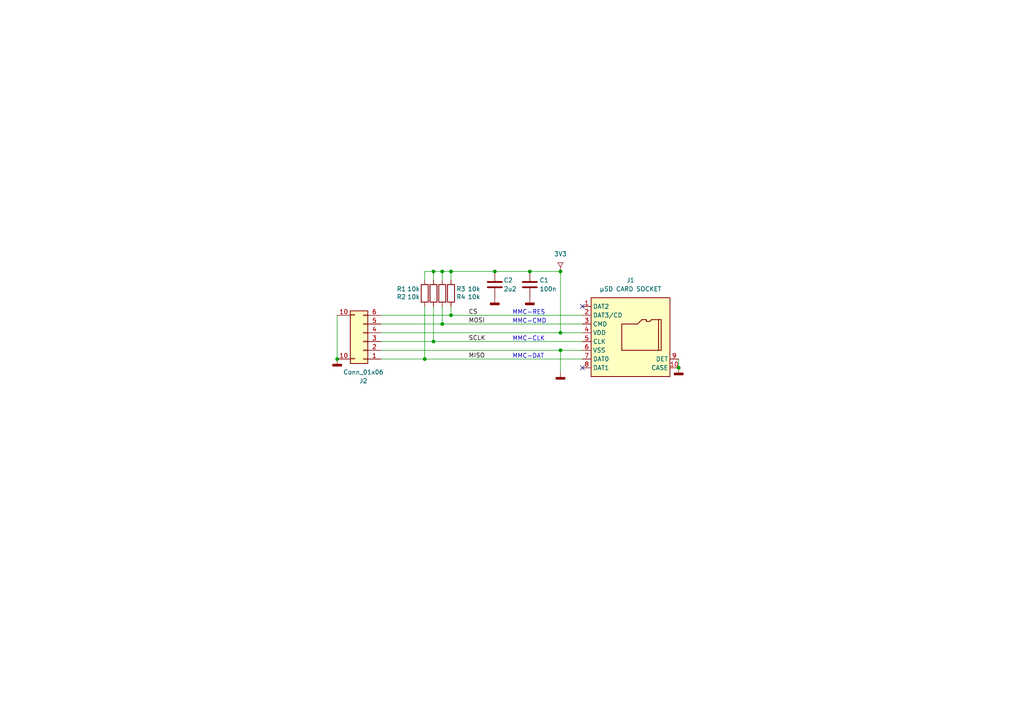
<source format=kicad_sch>
(kicad_sch
	(version 20231120)
	(generator "eeschema")
	(generator_version "8.0")
	(uuid "a8ba4aa7-0a12-40f3-ac05-44c8b777338a")
	(paper "A4")
	(lib_symbols
		(symbol "!Gloeidraad:3V3"
			(power)
			(pin_names
				(offset 0)
			)
			(exclude_from_sim no)
			(in_bom yes)
			(on_board yes)
			(property "Reference" "#PWR"
				(at -0.127 -1.778 0)
				(effects
					(font
						(size 1.27 1.27)
					)
					(hide yes)
				)
			)
			(property "Value" "3V3"
				(at 0 3.556 0)
				(effects
					(font
						(size 1.27 1.27)
					)
				)
			)
			(property "Footprint" ""
				(at 0 0 0)
				(effects
					(font
						(size 1.27 1.27)
					)
					(hide yes)
				)
			)
			(property "Datasheet" ""
				(at 0 0 0)
				(effects
					(font
						(size 1.27 1.27)
					)
					(hide yes)
				)
			)
			(property "Description" "Power symbol creates a global label with name \"3V3\""
				(at 0 0 0)
				(effects
					(font
						(size 1.27 1.27)
					)
					(hide yes)
				)
			)
			(property "ki_keywords" "global power"
				(at 0 0 0)
				(effects
					(font
						(size 1.27 1.27)
					)
					(hide yes)
				)
			)
			(symbol "3V3_0_1"
				(polyline
					(pts
						(xy -0.762 2.54) (xy 0 1.27)
					)
					(stroke
						(width 0)
						(type default)
					)
					(fill
						(type none)
					)
				)
				(polyline
					(pts
						(xy -0.762 2.54) (xy 0.762 2.54)
					)
					(stroke
						(width 0)
						(type default)
					)
					(fill
						(type none)
					)
				)
				(polyline
					(pts
						(xy 0 0) (xy 0 1.27)
					)
					(stroke
						(width 0)
						(type default)
					)
					(fill
						(type none)
					)
				)
				(polyline
					(pts
						(xy 0 1.27) (xy 0.762 2.54)
					)
					(stroke
						(width 0)
						(type default)
					)
					(fill
						(type none)
					)
				)
			)
			(symbol "3V3_1_1"
				(pin power_in line
					(at 0 0 180)
					(length 0) hide
					(name "V3.3"
						(effects
							(font
								(size 1.27 1.27)
							)
						)
					)
					(number "1"
						(effects
							(font
								(size 1.27 1.27)
							)
						)
					)
				)
			)
		)
		(symbol "!Gloeidraad:MICRO-MMC-SD-SOCKET"
			(exclude_from_sim no)
			(in_bom yes)
			(on_board yes)
			(property "Reference" "J"
				(at -0.762 10.668 0)
				(effects
					(font
						(size 1.27 1.27)
					)
					(justify left bottom)
				)
			)
			(property "Value" "µSD CARD SOCKET"
				(at -8.89 -14.986 0)
				(effects
					(font
						(size 1.27 1.27)
					)
					(justify left bottom)
				)
			)
			(property "Footprint" "MICRO-MMC-SD-SOCKET"
				(at -1.016 0.254 0)
				(effects
					(font
						(size 1.27 1.27)
					)
					(hide yes)
				)
			)
			(property "Datasheet" ""
				(at -11.43 8.89 0)
				(effects
					(font
						(size 1.27 1.27)
					)
					(hide yes)
				)
			)
			(property "Description" ""
				(at 0 -0.762 0)
				(effects
					(font
						(size 1.27 1.27)
					)
					(hide yes)
				)
			)
			(property "ki_fp_filters" "SP-USD-ADAPTER18X18"
				(at 0 0 0)
				(effects
					(font
						(size 1.27 1.27)
					)
					(hide yes)
				)
			)
			(symbol "MICRO-MMC-SD-SOCKET_1_0"
				(rectangle
					(start -11.43 10.16)
					(end 11.43 -12.7)
					(stroke
						(width 0.254)
						(type solid)
					)
					(fill
						(type background)
					)
				)
				(polyline
					(pts
						(xy -2.54 -5.08) (xy -2.54 2.54)
					)
					(stroke
						(width 0.254)
						(type solid)
					)
					(fill
						(type none)
					)
				)
				(polyline
					(pts
						(xy -2.54 2.54) (xy 2.032 2.54)
					)
					(stroke
						(width 0.254)
						(type solid)
					)
					(fill
						(type none)
					)
				)
				(polyline
					(pts
						(xy 3.302 3.81) (xy 2.032 2.54)
					)
					(stroke
						(width 0.254)
						(type solid)
					)
					(fill
						(type none)
					)
				)
				(polyline
					(pts
						(xy 4.572 3.302) (xy 4.572 3.81)
					)
					(stroke
						(width 0.254)
						(type solid)
					)
					(fill
						(type none)
					)
				)
				(polyline
					(pts
						(xy 4.572 3.81) (xy 3.302 3.81)
					)
					(stroke
						(width 0.254)
						(type solid)
					)
					(fill
						(type none)
					)
				)
				(polyline
					(pts
						(xy 5.588 3.302) (xy 4.572 3.302)
					)
					(stroke
						(width 0.254)
						(type solid)
					)
					(fill
						(type none)
					)
				)
				(polyline
					(pts
						(xy 6.096 3.81) (xy 5.588 3.302)
					)
					(stroke
						(width 0.254)
						(type solid)
					)
					(fill
						(type none)
					)
				)
				(polyline
					(pts
						(xy 8.128 3.81) (xy 8.128 -5.08)
					)
					(stroke
						(width 0.254)
						(type solid)
					)
					(fill
						(type none)
					)
				)
				(polyline
					(pts
						(xy 8.89 -5.08) (xy -2.54 -5.08)
					)
					(stroke
						(width 0.254)
						(type solid)
					)
					(fill
						(type none)
					)
				)
				(polyline
					(pts
						(xy 8.89 3.81) (xy 6.096 3.81)
					)
					(stroke
						(width 0.254)
						(type solid)
					)
					(fill
						(type none)
					)
				)
				(polyline
					(pts
						(xy 8.89 3.81) (xy 8.89 -5.08)
					)
					(stroke
						(width 0.254)
						(type solid)
					)
					(fill
						(type none)
					)
				)
				(pin passive line
					(at -13.97 7.62 0)
					(length 2.54)
					(name "DAT2"
						(effects
							(font
								(size 1.27 1.27)
							)
						)
					)
					(number "1"
						(effects
							(font
								(size 1.27 1.27)
							)
						)
					)
				)
				(pin passive line
					(at 13.97 -10.16 180)
					(length 2.54)
					(name "CASE"
						(effects
							(font
								(size 1.27 1.27)
							)
						)
					)
					(number "10"
						(effects
							(font
								(size 1.27 1.27)
							)
						)
					)
				)
				(pin passive line
					(at -13.97 5.08 0)
					(length 2.54)
					(name "DAT3/CD"
						(effects
							(font
								(size 1.27 1.27)
							)
						)
					)
					(number "2"
						(effects
							(font
								(size 1.27 1.27)
							)
						)
					)
				)
				(pin passive line
					(at -13.97 2.54 0)
					(length 2.54)
					(name "CMD"
						(effects
							(font
								(size 1.27 1.27)
							)
						)
					)
					(number "3"
						(effects
							(font
								(size 1.27 1.27)
							)
						)
					)
				)
				(pin power_in line
					(at -13.97 0 0)
					(length 2.54)
					(name "VDD"
						(effects
							(font
								(size 1.27 1.27)
							)
						)
					)
					(number "4"
						(effects
							(font
								(size 1.27 1.27)
							)
						)
					)
				)
				(pin passive line
					(at -13.97 -2.54 0)
					(length 2.54)
					(name "CLK"
						(effects
							(font
								(size 1.27 1.27)
							)
						)
					)
					(number "5"
						(effects
							(font
								(size 1.27 1.27)
							)
						)
					)
				)
				(pin power_in line
					(at -13.97 -5.08 0)
					(length 2.54)
					(name "VSS"
						(effects
							(font
								(size 1.27 1.27)
							)
						)
					)
					(number "6"
						(effects
							(font
								(size 1.27 1.27)
							)
						)
					)
				)
				(pin passive line
					(at -13.97 -7.62 0)
					(length 2.54)
					(name "DAT0"
						(effects
							(font
								(size 1.27 1.27)
							)
						)
					)
					(number "7"
						(effects
							(font
								(size 1.27 1.27)
							)
						)
					)
				)
				(pin passive line
					(at -13.97 -10.16 0)
					(length 2.54)
					(name "DAT1"
						(effects
							(font
								(size 1.27 1.27)
							)
						)
					)
					(number "8"
						(effects
							(font
								(size 1.27 1.27)
							)
						)
					)
				)
				(pin passive line
					(at 13.97 -7.62 180)
					(length 2.54)
					(name "DET"
						(effects
							(font
								(size 1.27 1.27)
							)
						)
					)
					(number "9"
						(effects
							(font
								(size 1.27 1.27)
							)
						)
					)
				)
			)
		)
		(symbol "Conn_01x06_1"
			(pin_names
				(offset 1.016) hide)
			(exclude_from_sim no)
			(in_bom yes)
			(on_board yes)
			(property "Reference" "J3"
				(at 0 11.43 0)
				(effects
					(font
						(size 1.27 1.27)
					)
				)
			)
			(property "Value" "Conn_01x06"
				(at 0 8.89 0)
				(effects
					(font
						(size 1.27 1.27)
					)
				)
			)
			(property "Footprint" "!Gloeidraad:PinHeader_1x06_P2.54mm_SD_expander"
				(at 0 0 0)
				(effects
					(font
						(size 1.27 1.27)
					)
					(hide yes)
				)
			)
			(property "Datasheet" "~"
				(at 0 0 0)
				(effects
					(font
						(size 1.27 1.27)
					)
					(hide yes)
				)
			)
			(property "Description" "Generic connector, single row, 01x06, script generated (kicad-library-utils/schlib/autogen/connector/)"
				(at 0 0 0)
				(effects
					(font
						(size 1.27 1.27)
					)
					(hide yes)
				)
			)
			(property "ki_keywords" "connector"
				(at 0 0 0)
				(effects
					(font
						(size 1.27 1.27)
					)
					(hide yes)
				)
			)
			(property "ki_fp_filters" "Connector*:*_1x??_*"
				(at 0 0 0)
				(effects
					(font
						(size 1.27 1.27)
					)
					(hide yes)
				)
			)
			(symbol "Conn_01x06_1_1_1"
				(rectangle
					(start -1.27 -7.493)
					(end 0 -7.747)
					(stroke
						(width 0.1524)
						(type default)
					)
					(fill
						(type none)
					)
				)
				(rectangle
					(start -1.27 -4.953)
					(end 0 -5.207)
					(stroke
						(width 0.1524)
						(type default)
					)
					(fill
						(type none)
					)
				)
				(rectangle
					(start -1.27 -2.413)
					(end 0 -2.667)
					(stroke
						(width 0.1524)
						(type default)
					)
					(fill
						(type none)
					)
				)
				(rectangle
					(start -1.27 0.127)
					(end 0 -0.127)
					(stroke
						(width 0.1524)
						(type default)
					)
					(fill
						(type none)
					)
				)
				(rectangle
					(start -1.27 2.667)
					(end 0 2.413)
					(stroke
						(width 0.1524)
						(type default)
					)
					(fill
						(type none)
					)
				)
				(rectangle
					(start -1.27 5.207)
					(end 0 4.953)
					(stroke
						(width 0.1524)
						(type default)
					)
					(fill
						(type none)
					)
				)
				(rectangle
					(start -1.27 6.35)
					(end 3.81 -8.89)
					(stroke
						(width 0.254)
						(type default)
					)
					(fill
						(type background)
					)
				)
				(rectangle
					(start 2.54 -7.62)
					(end 3.81 -7.874)
					(stroke
						(width 0.1524)
						(type default)
					)
					(fill
						(type none)
					)
				)
				(rectangle
					(start 2.54 5.08)
					(end 3.81 4.826)
					(stroke
						(width 0.1524)
						(type default)
					)
					(fill
						(type none)
					)
				)
				(pin passive line
					(at -5.08 5.08 0)
					(length 3.81)
					(name "Pin_1"
						(effects
							(font
								(size 1.27 1.27)
							)
						)
					)
					(number "1"
						(effects
							(font
								(size 1.27 1.27)
							)
						)
					)
				)
				(pin passive line
					(at 7.62 5.08 180)
					(length 3.81)
					(name "Pin_10a"
						(effects
							(font
								(size 1.27 1.27)
							)
						)
					)
					(number "10"
						(effects
							(font
								(size 1.27 1.27)
							)
						)
					)
				)
				(pin passive line
					(at 7.62 -7.62 180)
					(length 3.81)
					(name "Pin_10b"
						(effects
							(font
								(size 1.27 1.27)
							)
						)
					)
					(number "10"
						(effects
							(font
								(size 1.27 1.27)
							)
						)
					)
				)
				(pin passive line
					(at -5.08 2.54 0)
					(length 3.81)
					(name "Pin_2"
						(effects
							(font
								(size 1.27 1.27)
							)
						)
					)
					(number "2"
						(effects
							(font
								(size 1.27 1.27)
							)
						)
					)
				)
				(pin passive line
					(at -5.08 0 0)
					(length 3.81)
					(name "Pin_3"
						(effects
							(font
								(size 1.27 1.27)
							)
						)
					)
					(number "3"
						(effects
							(font
								(size 1.27 1.27)
							)
						)
					)
				)
				(pin passive line
					(at -5.08 -2.54 0)
					(length 3.81)
					(name "Pin_4"
						(effects
							(font
								(size 1.27 1.27)
							)
						)
					)
					(number "4"
						(effects
							(font
								(size 1.27 1.27)
							)
						)
					)
				)
				(pin passive line
					(at -5.08 -5.08 0)
					(length 3.81)
					(name "Pin_5"
						(effects
							(font
								(size 1.27 1.27)
							)
						)
					)
					(number "5"
						(effects
							(font
								(size 1.27 1.27)
							)
						)
					)
				)
				(pin passive line
					(at -5.08 -7.62 0)
					(length 3.81)
					(name "Pin_6"
						(effects
							(font
								(size 1.27 1.27)
							)
						)
					)
					(number "6"
						(effects
							(font
								(size 1.27 1.27)
							)
						)
					)
				)
			)
		)
		(symbol "Device:C"
			(pin_numbers hide)
			(pin_names
				(offset 0.254)
			)
			(exclude_from_sim no)
			(in_bom yes)
			(on_board yes)
			(property "Reference" "C"
				(at 0.635 2.54 0)
				(effects
					(font
						(size 1.27 1.27)
					)
					(justify left)
				)
			)
			(property "Value" "C"
				(at 0.635 -2.54 0)
				(effects
					(font
						(size 1.27 1.27)
					)
					(justify left)
				)
			)
			(property "Footprint" ""
				(at 0.9652 -3.81 0)
				(effects
					(font
						(size 1.27 1.27)
					)
					(hide yes)
				)
			)
			(property "Datasheet" "~"
				(at 0 0 0)
				(effects
					(font
						(size 1.27 1.27)
					)
					(hide yes)
				)
			)
			(property "Description" "Unpolarized capacitor"
				(at 0 0 0)
				(effects
					(font
						(size 1.27 1.27)
					)
					(hide yes)
				)
			)
			(property "ki_keywords" "cap capacitor"
				(at 0 0 0)
				(effects
					(font
						(size 1.27 1.27)
					)
					(hide yes)
				)
			)
			(property "ki_fp_filters" "C_*"
				(at 0 0 0)
				(effects
					(font
						(size 1.27 1.27)
					)
					(hide yes)
				)
			)
			(symbol "C_0_1"
				(polyline
					(pts
						(xy -2.032 -0.762) (xy 2.032 -0.762)
					)
					(stroke
						(width 0.508)
						(type default)
					)
					(fill
						(type none)
					)
				)
				(polyline
					(pts
						(xy -2.032 0.762) (xy 2.032 0.762)
					)
					(stroke
						(width 0.508)
						(type default)
					)
					(fill
						(type none)
					)
				)
			)
			(symbol "C_1_1"
				(pin passive line
					(at 0 3.81 270)
					(length 2.794)
					(name "~"
						(effects
							(font
								(size 1.27 1.27)
							)
						)
					)
					(number "1"
						(effects
							(font
								(size 1.27 1.27)
							)
						)
					)
				)
				(pin passive line
					(at 0 -3.81 90)
					(length 2.794)
					(name "~"
						(effects
							(font
								(size 1.27 1.27)
							)
						)
					)
					(number "2"
						(effects
							(font
								(size 1.27 1.27)
							)
						)
					)
				)
			)
		)
		(symbol "Device:R"
			(pin_numbers hide)
			(pin_names
				(offset 0)
			)
			(exclude_from_sim no)
			(in_bom yes)
			(on_board yes)
			(property "Reference" "R"
				(at 2.032 0 90)
				(effects
					(font
						(size 1.27 1.27)
					)
				)
			)
			(property "Value" "R"
				(at 0 0 90)
				(effects
					(font
						(size 1.27 1.27)
					)
				)
			)
			(property "Footprint" ""
				(at -1.778 0 90)
				(effects
					(font
						(size 1.27 1.27)
					)
					(hide yes)
				)
			)
			(property "Datasheet" "~"
				(at 0 0 0)
				(effects
					(font
						(size 1.27 1.27)
					)
					(hide yes)
				)
			)
			(property "Description" "Resistor"
				(at 0 0 0)
				(effects
					(font
						(size 1.27 1.27)
					)
					(hide yes)
				)
			)
			(property "ki_keywords" "R res resistor"
				(at 0 0 0)
				(effects
					(font
						(size 1.27 1.27)
					)
					(hide yes)
				)
			)
			(property "ki_fp_filters" "R_*"
				(at 0 0 0)
				(effects
					(font
						(size 1.27 1.27)
					)
					(hide yes)
				)
			)
			(symbol "R_0_1"
				(rectangle
					(start -1.016 -2.54)
					(end 1.016 2.54)
					(stroke
						(width 0.254)
						(type default)
					)
					(fill
						(type none)
					)
				)
			)
			(symbol "R_1_1"
				(pin passive line
					(at 0 3.81 270)
					(length 1.27)
					(name "~"
						(effects
							(font
								(size 1.27 1.27)
							)
						)
					)
					(number "1"
						(effects
							(font
								(size 1.27 1.27)
							)
						)
					)
				)
				(pin passive line
					(at 0 -3.81 90)
					(length 1.27)
					(name "~"
						(effects
							(font
								(size 1.27 1.27)
							)
						)
					)
					(number "2"
						(effects
							(font
								(size 1.27 1.27)
							)
						)
					)
				)
			)
		)
		(symbol "power:GNDD"
			(power)
			(pin_numbers hide)
			(pin_names
				(offset 0) hide)
			(exclude_from_sim no)
			(in_bom yes)
			(on_board yes)
			(property "Reference" "#PWR"
				(at 0 -6.35 0)
				(effects
					(font
						(size 1.27 1.27)
					)
					(hide yes)
				)
			)
			(property "Value" "GNDD"
				(at 0 -3.175 0)
				(effects
					(font
						(size 1.27 1.27)
					)
				)
			)
			(property "Footprint" ""
				(at 0 0 0)
				(effects
					(font
						(size 1.27 1.27)
					)
					(hide yes)
				)
			)
			(property "Datasheet" ""
				(at 0 0 0)
				(effects
					(font
						(size 1.27 1.27)
					)
					(hide yes)
				)
			)
			(property "Description" "Power symbol creates a global label with name \"GNDD\" , digital ground"
				(at 0 0 0)
				(effects
					(font
						(size 1.27 1.27)
					)
					(hide yes)
				)
			)
			(property "ki_keywords" "global power"
				(at 0 0 0)
				(effects
					(font
						(size 1.27 1.27)
					)
					(hide yes)
				)
			)
			(symbol "GNDD_0_1"
				(rectangle
					(start -1.27 -1.524)
					(end 1.27 -2.032)
					(stroke
						(width 0.254)
						(type default)
					)
					(fill
						(type outline)
					)
				)
				(polyline
					(pts
						(xy 0 0) (xy 0 -1.524)
					)
					(stroke
						(width 0)
						(type default)
					)
					(fill
						(type none)
					)
				)
			)
			(symbol "GNDD_1_1"
				(pin power_in line
					(at 0 0 270)
					(length 0)
					(name "~"
						(effects
							(font
								(size 1.27 1.27)
							)
						)
					)
					(number "1"
						(effects
							(font
								(size 1.27 1.27)
							)
						)
					)
				)
			)
		)
	)
	(junction
		(at 162.56 96.52)
		(diameter 0)
		(color 0 0 0 0)
		(uuid "051c532a-779e-4bee-adf5-4e9d7e3fe15c")
	)
	(junction
		(at 125.73 99.06)
		(diameter 0)
		(color 0 0 0 0)
		(uuid "156b0a09-d0a3-46f6-84d6-2ea837650aad")
	)
	(junction
		(at 196.85 106.68)
		(diameter 0)
		(color 0 0 0 0)
		(uuid "18fa15a0-d28c-4a70-b32b-b47232281374")
	)
	(junction
		(at 130.81 91.44)
		(diameter 0)
		(color 0 0 0 0)
		(uuid "2e7a0ff0-f53e-46a4-9932-0ab55cb48f1b")
	)
	(junction
		(at 162.56 101.6)
		(diameter 0)
		(color 0 0 0 0)
		(uuid "2ec5f9d8-ffc8-4d9f-b769-093bb95d9fad")
	)
	(junction
		(at 162.56 78.74)
		(diameter 0)
		(color 0 0 0 0)
		(uuid "50e7a3e1-97f7-4204-87f4-148b70042072")
	)
	(junction
		(at 125.73 78.74)
		(diameter 0)
		(color 0 0 0 0)
		(uuid "71bd3877-dff6-4e77-8126-f0e21f7cfd92")
	)
	(junction
		(at 153.67 78.74)
		(diameter 0)
		(color 0 0 0 0)
		(uuid "79ee3a6b-f7f6-45fb-adb3-af1361040931")
	)
	(junction
		(at 128.27 93.98)
		(diameter 0)
		(color 0 0 0 0)
		(uuid "be9e8102-38dc-4da2-9c44-96117d9540fb")
	)
	(junction
		(at 128.27 78.74)
		(diameter 0)
		(color 0 0 0 0)
		(uuid "db51a266-306e-4ea3-b407-946e7b46eb4d")
	)
	(junction
		(at 130.81 78.74)
		(diameter 0)
		(color 0 0 0 0)
		(uuid "ddbf172c-e451-440c-ac80-65ed58c6a76c")
	)
	(junction
		(at 97.79 104.14)
		(diameter 0)
		(color 0 0 0 0)
		(uuid "f1a37b21-5a5b-4185-89fb-6d1f1e8873f5")
	)
	(junction
		(at 123.19 104.14)
		(diameter 0)
		(color 0 0 0 0)
		(uuid "fbd6dbed-85e1-4ab0-9c58-15aa07748b59")
	)
	(junction
		(at 143.51 78.74)
		(diameter 0)
		(color 0 0 0 0)
		(uuid "fee08c5a-10d8-4182-bfa5-c6d3b0049f89")
	)
	(no_connect
		(at 168.91 106.68)
		(uuid "4e323e84-9fd2-4f6b-862d-acf7c5616978")
	)
	(no_connect
		(at 168.91 88.9)
		(uuid "72028c56-de86-4cd0-a471-4bf87fe154cf")
	)
	(wire
		(pts
			(xy 196.85 104.14) (xy 196.85 106.68)
		)
		(stroke
			(width 0)
			(type default)
		)
		(uuid "00922296-216e-4191-b7fa-e4569965b25b")
	)
	(wire
		(pts
			(xy 130.81 78.74) (xy 143.51 78.74)
		)
		(stroke
			(width 0)
			(type default)
		)
		(uuid "0438c8a8-c700-4e35-b8b9-9743cd31a6bc")
	)
	(wire
		(pts
			(xy 110.49 96.52) (xy 162.56 96.52)
		)
		(stroke
			(width 0)
			(type default)
		)
		(uuid "0e70c89f-e73f-4ab3-bb60-985bd2ed2415")
	)
	(wire
		(pts
			(xy 128.27 93.98) (xy 168.91 93.98)
		)
		(stroke
			(width 0)
			(type default)
		)
		(uuid "174d58d0-03de-4558-ae14-be4adf1764be")
	)
	(wire
		(pts
			(xy 123.19 78.74) (xy 125.73 78.74)
		)
		(stroke
			(width 0)
			(type default)
		)
		(uuid "185b9707-f50e-465e-9f94-56d1aedf6980")
	)
	(wire
		(pts
			(xy 123.19 104.14) (xy 168.91 104.14)
		)
		(stroke
			(width 0)
			(type default)
		)
		(uuid "2c5273f8-47e1-452b-86a0-5d4abc990eb4")
	)
	(wire
		(pts
			(xy 123.19 81.28) (xy 123.19 78.74)
		)
		(stroke
			(width 0)
			(type default)
		)
		(uuid "32f565c4-40ef-42e2-acfd-19cc3d5fcf16")
	)
	(wire
		(pts
			(xy 128.27 78.74) (xy 128.27 81.28)
		)
		(stroke
			(width 0)
			(type default)
		)
		(uuid "3e2bee13-a078-4fce-8658-3996dc65ce8e")
	)
	(wire
		(pts
			(xy 128.27 78.74) (xy 130.81 78.74)
		)
		(stroke
			(width 0)
			(type default)
		)
		(uuid "4784a6c5-6e40-47d1-80ac-bed4008b6acd")
	)
	(wire
		(pts
			(xy 125.73 88.9) (xy 125.73 99.06)
		)
		(stroke
			(width 0)
			(type default)
		)
		(uuid "5dfa0b77-92a1-47d2-9991-67ed5412ed4e")
	)
	(wire
		(pts
			(xy 128.27 93.98) (xy 128.27 88.9)
		)
		(stroke
			(width 0)
			(type default)
		)
		(uuid "64080a1a-ee5d-4abd-bf89-181523097119")
	)
	(wire
		(pts
			(xy 110.49 99.06) (xy 125.73 99.06)
		)
		(stroke
			(width 0)
			(type default)
		)
		(uuid "7a17d97e-00b5-4a91-af61-9c2141f4d51e")
	)
	(wire
		(pts
			(xy 125.73 78.74) (xy 128.27 78.74)
		)
		(stroke
			(width 0)
			(type default)
		)
		(uuid "805b7b75-1e3f-4093-afb5-a2a5896dc217")
	)
	(wire
		(pts
			(xy 162.56 78.74) (xy 162.56 96.52)
		)
		(stroke
			(width 0)
			(type default)
		)
		(uuid "83e9498a-db72-4c63-bd7c-5a250a7421e1")
	)
	(wire
		(pts
			(xy 162.56 101.6) (xy 162.56 107.95)
		)
		(stroke
			(width 0)
			(type default)
		)
		(uuid "875980b8-1faf-4017-96d9-b81a102e1155")
	)
	(wire
		(pts
			(xy 130.81 78.74) (xy 130.81 81.28)
		)
		(stroke
			(width 0)
			(type default)
		)
		(uuid "89437555-aa41-48a5-8b76-341701902d92")
	)
	(wire
		(pts
			(xy 110.49 93.98) (xy 128.27 93.98)
		)
		(stroke
			(width 0)
			(type default)
		)
		(uuid "92225f41-d416-4d0e-a4a2-e90b80c5355c")
	)
	(wire
		(pts
			(xy 110.49 91.44) (xy 130.81 91.44)
		)
		(stroke
			(width 0)
			(type default)
		)
		(uuid "9f6c1197-4da0-463b-a620-145d52fb992f")
	)
	(wire
		(pts
			(xy 97.79 91.44) (xy 97.79 104.14)
		)
		(stroke
			(width 0)
			(type default)
		)
		(uuid "ad92abc3-557e-4ceb-b581-ac84a43fd2ec")
	)
	(wire
		(pts
			(xy 143.51 78.74) (xy 153.67 78.74)
		)
		(stroke
			(width 0)
			(type default)
		)
		(uuid "b781b234-f9d4-4312-991f-dd06d7777a42")
	)
	(wire
		(pts
			(xy 110.49 104.14) (xy 123.19 104.14)
		)
		(stroke
			(width 0)
			(type default)
		)
		(uuid "c0e0b647-f0ce-4072-86f7-a169f9278a1d")
	)
	(wire
		(pts
			(xy 153.67 78.74) (xy 162.56 78.74)
		)
		(stroke
			(width 0)
			(type default)
		)
		(uuid "cf0ff694-18fe-47ac-9719-bf85855d2e97")
	)
	(wire
		(pts
			(xy 125.73 78.74) (xy 125.73 81.28)
		)
		(stroke
			(width 0)
			(type default)
		)
		(uuid "d455b169-bf93-4945-b711-05845c8a5cd7")
	)
	(wire
		(pts
			(xy 162.56 96.52) (xy 168.91 96.52)
		)
		(stroke
			(width 0)
			(type default)
		)
		(uuid "d4db88f7-6a8f-4a72-8098-bcc263f9ee0b")
	)
	(wire
		(pts
			(xy 110.49 101.6) (xy 162.56 101.6)
		)
		(stroke
			(width 0)
			(type default)
		)
		(uuid "e762fb84-ed88-4f10-bcb3-871d7f81bf24")
	)
	(wire
		(pts
			(xy 162.56 101.6) (xy 168.91 101.6)
		)
		(stroke
			(width 0)
			(type default)
		)
		(uuid "e77e3c22-a597-4a97-8535-24b36a0b6a88")
	)
	(wire
		(pts
			(xy 130.81 91.44) (xy 168.91 91.44)
		)
		(stroke
			(width 0)
			(type default)
		)
		(uuid "eb8a04dd-f79c-4bcd-baf1-dd586bedc7b3")
	)
	(wire
		(pts
			(xy 130.81 91.44) (xy 130.81 88.9)
		)
		(stroke
			(width 0)
			(type default)
		)
		(uuid "f100c2df-f781-4445-b9c7-2dca7bf7c357")
	)
	(wire
		(pts
			(xy 125.73 99.06) (xy 168.91 99.06)
		)
		(stroke
			(width 0)
			(type default)
		)
		(uuid "f76b8484-571b-4657-841f-196c1bf3644f")
	)
	(wire
		(pts
			(xy 123.19 88.9) (xy 123.19 104.14)
		)
		(stroke
			(width 0)
			(type default)
		)
		(uuid "fed387a4-f49a-47ad-bc70-7b1dce9046bd")
	)
	(text "MMC-CMD"
		(exclude_from_sim no)
		(at 148.59 93.218 0)
		(effects
			(font
				(size 1.27 1.27)
			)
			(justify left)
		)
		(uuid "0dfc4a42-a65e-43da-99d1-fda76966a4b0")
	)
	(text "MMC-DAT"
		(exclude_from_sim no)
		(at 148.59 103.378 0)
		(effects
			(font
				(size 1.27 1.27)
			)
			(justify left)
		)
		(uuid "43d5f1c3-30a2-4c7c-89a9-0152c34af813")
	)
	(text "MMC-CLK"
		(exclude_from_sim no)
		(at 148.59 98.298 0)
		(effects
			(font
				(size 1.27 1.27)
			)
			(justify left)
		)
		(uuid "915b01b6-742d-486f-b6bc-6c9ffd30d30d")
	)
	(text "MMC-RES"
		(exclude_from_sim no)
		(at 148.59 90.678 0)
		(effects
			(font
				(size 1.27 1.27)
			)
			(justify left)
		)
		(uuid "a1a83ce1-e57b-4b93-b562-3f83139cc08d")
	)
	(label "CS"
		(at 135.89 91.44 0)
		(fields_autoplaced yes)
		(effects
			(font
				(size 1.27 1.27)
			)
			(justify left bottom)
		)
		(uuid "3c4504e8-305b-46ff-866f-83ab517a713e")
	)
	(label "MISO"
		(at 135.89 104.14 0)
		(fields_autoplaced yes)
		(effects
			(font
				(size 1.27 1.27)
			)
			(justify left bottom)
		)
		(uuid "5b07ac1f-aa96-4972-9d4f-3121342a5c46")
	)
	(label "MOSI"
		(at 135.89 93.98 0)
		(fields_autoplaced yes)
		(effects
			(font
				(size 1.27 1.27)
			)
			(justify left bottom)
		)
		(uuid "c87aef5b-1cb1-4cc3-aebd-109a3ab672c3")
	)
	(label "SCLK"
		(at 135.89 99.06 0)
		(fields_autoplaced yes)
		(effects
			(font
				(size 1.27 1.27)
			)
			(justify left bottom)
		)
		(uuid "f54f7e8f-2f50-48f6-b23a-e0b0da86dc86")
	)
	(symbol
		(lib_id "Device:R")
		(at 123.19 85.09 0)
		(unit 1)
		(exclude_from_sim no)
		(in_bom yes)
		(on_board yes)
		(dnp no)
		(uuid "100a5813-e998-41ef-b798-f78dcd90a36d")
		(property "Reference" "R1"
			(at 115.062 83.82 0)
			(effects
				(font
					(size 1.27 1.27)
				)
				(justify left)
			)
		)
		(property "Value" "10k"
			(at 118.11 83.82 0)
			(effects
				(font
					(size 1.27 1.27)
				)
				(justify left)
			)
		)
		(property "Footprint" "Resistor_SMD:R_0603_1608Metric_Pad0.98x0.95mm_HandSolder"
			(at 121.412 85.09 90)
			(effects
				(font
					(size 1.27 1.27)
				)
				(hide yes)
			)
		)
		(property "Datasheet" "~"
			(at 123.19 85.09 0)
			(effects
				(font
					(size 1.27 1.27)
				)
				(hide yes)
			)
		)
		(property "Description" "Resistor"
			(at 123.19 85.09 0)
			(effects
				(font
					(size 1.27 1.27)
				)
				(hide yes)
			)
		)
		(pin "1"
			(uuid "72bbb69d-4456-46fd-90a6-bf680a800d3e")
		)
		(pin "2"
			(uuid "763661c2-66c6-436a-900c-01aa33a1d589")
		)
		(instances
			(project ""
				(path "/a8ba4aa7-0a12-40f3-ac05-44c8b777338a"
					(reference "R1")
					(unit 1)
				)
			)
		)
	)
	(symbol
		(lib_id "!Gloeidraad:MICRO-MMC-SD-SOCKET")
		(at 182.88 96.52 0)
		(unit 1)
		(exclude_from_sim no)
		(in_bom yes)
		(on_board yes)
		(dnp no)
		(fields_autoplaced yes)
		(uuid "11439b7d-593c-4929-b35e-d0971a8d9821")
		(property "Reference" "J1"
			(at 182.88 81.28 0)
			(effects
				(font
					(size 1.27 1.27)
				)
			)
		)
		(property "Value" "µSD CARD SOCKET"
			(at 182.88 83.82 0)
			(effects
				(font
					(size 1.27 1.27)
				)
			)
		)
		(property "Footprint" "!Gloeidraad:TF PUSH"
			(at 181.864 96.266 0)
			(effects
				(font
					(size 1.27 1.27)
				)
				(hide yes)
			)
		)
		(property "Datasheet" ""
			(at 171.45 87.63 0)
			(effects
				(font
					(size 1.27 1.27)
				)
				(hide yes)
			)
		)
		(property "Description" ""
			(at 182.88 97.282 0)
			(effects
				(font
					(size 1.27 1.27)
				)
				(hide yes)
			)
		)
		(pin "10"
			(uuid "b7562a40-dda2-4798-b697-69498feab04d")
		)
		(pin "4"
			(uuid "b549c343-911b-4616-8b5d-ca9546d4df8d")
		)
		(pin "8"
			(uuid "c8c363ca-511f-4724-92e3-5dfc8db36312")
		)
		(pin "2"
			(uuid "18bcc4b7-939e-4714-a5ca-dbe02f9047d5")
		)
		(pin "1"
			(uuid "abc4afca-8857-4f08-bd39-d545169172b2")
		)
		(pin "6"
			(uuid "d4ed66d2-a64c-4c14-b384-f306e3d1dd58")
		)
		(pin "7"
			(uuid "50f844af-7af1-445f-a5e8-beca09fd1154")
		)
		(pin "3"
			(uuid "4d96acdc-7af3-4d90-b10f-ed7cc9ed9c3e")
		)
		(pin "9"
			(uuid "aa880e07-ebf6-4d27-ab31-7cecc98a13c5")
		)
		(pin "5"
			(uuid "8315e1c9-5477-4959-a3ba-e55ce64b7b23")
		)
		(instances
			(project ""
				(path "/a8ba4aa7-0a12-40f3-ac05-44c8b777338a"
					(reference "J1")
					(unit 1)
				)
			)
		)
	)
	(symbol
		(lib_name "Conn_01x06_1")
		(lib_id "Connector_Generic:Conn_01x06")
		(at 105.41 99.06 180)
		(unit 1)
		(exclude_from_sim no)
		(in_bom yes)
		(on_board yes)
		(dnp no)
		(uuid "1f1f96e3-4d09-4e8d-88b5-a64d1a24aa8e")
		(property "Reference" "J2"
			(at 105.41 110.49 0)
			(effects
				(font
					(size 1.27 1.27)
				)
			)
		)
		(property "Value" "Conn_01x06"
			(at 105.41 107.95 0)
			(effects
				(font
					(size 1.27 1.27)
				)
			)
		)
		(property "Footprint" "!Gloeidraad:PinHeader_1x06_P2.54mm_SD_expander"
			(at 105.41 99.06 0)
			(effects
				(font
					(size 1.27 1.27)
				)
				(hide yes)
			)
		)
		(property "Datasheet" "~"
			(at 105.41 99.06 0)
			(effects
				(font
					(size 1.27 1.27)
				)
				(hide yes)
			)
		)
		(property "Description" "Generic connector, single row, 01x06, script generated (kicad-library-utils/schlib/autogen/connector/)"
			(at 105.41 99.06 0)
			(effects
				(font
					(size 1.27 1.27)
				)
				(hide yes)
			)
		)
		(pin "4"
			(uuid "6f15d7d1-b8b7-46df-92fa-13c18348a2ce")
		)
		(pin "6"
			(uuid "888d00e1-f937-42ab-a6d4-98b5a3cae574")
		)
		(pin "5"
			(uuid "f3a67472-4a4c-4d7e-82b9-a08d6812e3a2")
		)
		(pin "3"
			(uuid "4fc49379-2b08-473d-8775-b269705cdb51")
		)
		(pin "2"
			(uuid "bc111fa2-0c2e-4e56-9f94-6539231685fe")
		)
		(pin "1"
			(uuid "7156914b-6189-46ac-a8d9-b5f3427aa1a1")
		)
		(pin "10"
			(uuid "30c0e399-187b-4bf7-9cbc-6bdea355d4c6")
		)
		(pin "10"
			(uuid "a31e1213-5c15-451a-8fa0-8e0a798e630c")
		)
		(instances
			(project "Vertical-microSD-adapter"
				(path "/a8ba4aa7-0a12-40f3-ac05-44c8b777338a"
					(reference "J2")
					(unit 1)
				)
			)
		)
	)
	(symbol
		(lib_id "Device:R")
		(at 125.73 85.09 0)
		(unit 1)
		(exclude_from_sim no)
		(in_bom yes)
		(on_board yes)
		(dnp no)
		(uuid "45e7c5cd-4070-4981-9ab2-ebbde27df20c")
		(property "Reference" "R2"
			(at 115.062 86.106 0)
			(effects
				(font
					(size 1.27 1.27)
				)
				(justify left)
			)
		)
		(property "Value" "10k"
			(at 118.11 86.106 0)
			(effects
				(font
					(size 1.27 1.27)
				)
				(justify left)
			)
		)
		(property "Footprint" "Resistor_SMD:R_0603_1608Metric_Pad0.98x0.95mm_HandSolder"
			(at 123.952 85.09 90)
			(effects
				(font
					(size 1.27 1.27)
				)
				(hide yes)
			)
		)
		(property "Datasheet" "~"
			(at 125.73 85.09 0)
			(effects
				(font
					(size 1.27 1.27)
				)
				(hide yes)
			)
		)
		(property "Description" "Resistor"
			(at 125.73 85.09 0)
			(effects
				(font
					(size 1.27 1.27)
				)
				(hide yes)
			)
		)
		(pin "1"
			(uuid "5564fbef-d34b-4ac8-ba92-8af88bf27bfd")
		)
		(pin "2"
			(uuid "0e37407a-91a8-4552-82f4-d9d18451910b")
		)
		(instances
			(project "Vertical-microSD-adapter"
				(path "/a8ba4aa7-0a12-40f3-ac05-44c8b777338a"
					(reference "R2")
					(unit 1)
				)
			)
		)
	)
	(symbol
		(lib_id "power:GNDD")
		(at 153.67 86.36 0)
		(unit 1)
		(exclude_from_sim no)
		(in_bom yes)
		(on_board yes)
		(dnp no)
		(fields_autoplaced yes)
		(uuid "563ec529-332e-4565-b300-ac2c023033ce")
		(property "Reference" "#PWR03"
			(at 153.67 92.71 0)
			(effects
				(font
					(size 1.27 1.27)
				)
				(hide yes)
			)
		)
		(property "Value" "GNDD"
			(at 153.67 90.17 0)
			(effects
				(font
					(size 1.27 1.27)
				)
				(hide yes)
			)
		)
		(property "Footprint" ""
			(at 153.67 86.36 0)
			(effects
				(font
					(size 1.27 1.27)
				)
				(hide yes)
			)
		)
		(property "Datasheet" ""
			(at 153.67 86.36 0)
			(effects
				(font
					(size 1.27 1.27)
				)
				(hide yes)
			)
		)
		(property "Description" "Power symbol creates a global label with name \"GNDD\" , digital ground"
			(at 153.67 86.36 0)
			(effects
				(font
					(size 1.27 1.27)
				)
				(hide yes)
			)
		)
		(pin "1"
			(uuid "e4039304-8c9f-4fae-9ba6-ac928e65acaa")
		)
		(instances
			(project "Vertical-microSD-adapter"
				(path "/a8ba4aa7-0a12-40f3-ac05-44c8b777338a"
					(reference "#PWR03")
					(unit 1)
				)
			)
		)
	)
	(symbol
		(lib_id "!Gloeidraad:3V3")
		(at 162.56 78.74 0)
		(unit 1)
		(exclude_from_sim no)
		(in_bom yes)
		(on_board yes)
		(dnp no)
		(fields_autoplaced yes)
		(uuid "7235d6d7-12dd-4839-995a-9194307a8c69")
		(property "Reference" "#PWR01"
			(at 162.433 80.518 0)
			(effects
				(font
					(size 1.27 1.27)
				)
				(hide yes)
			)
		)
		(property "Value" "3V3"
			(at 162.56 73.66 0)
			(effects
				(font
					(size 1.27 1.27)
				)
			)
		)
		(property "Footprint" ""
			(at 162.56 78.74 0)
			(effects
				(font
					(size 1.27 1.27)
				)
				(hide yes)
			)
		)
		(property "Datasheet" ""
			(at 162.56 78.74 0)
			(effects
				(font
					(size 1.27 1.27)
				)
				(hide yes)
			)
		)
		(property "Description" "Power symbol creates a global label with name \"3V3\""
			(at 162.56 78.74 0)
			(effects
				(font
					(size 1.27 1.27)
				)
				(hide yes)
			)
		)
		(pin "1"
			(uuid "9dd2e036-86da-4058-95a4-288e0b41066a")
		)
		(instances
			(project ""
				(path "/a8ba4aa7-0a12-40f3-ac05-44c8b777338a"
					(reference "#PWR01")
					(unit 1)
				)
			)
		)
	)
	(symbol
		(lib_id "Device:R")
		(at 130.81 85.09 0)
		(unit 1)
		(exclude_from_sim no)
		(in_bom yes)
		(on_board yes)
		(dnp no)
		(uuid "80713588-f01c-4065-80e9-85bc6d4a4a9a")
		(property "Reference" "R4"
			(at 132.334 86.1061 0)
			(effects
				(font
					(size 1.27 1.27)
				)
				(justify left)
			)
		)
		(property "Value" "10k"
			(at 135.636 86.1061 0)
			(effects
				(font
					(size 1.27 1.27)
				)
				(justify left)
			)
		)
		(property "Footprint" "Resistor_SMD:R_0603_1608Metric_Pad0.98x0.95mm_HandSolder"
			(at 129.032 85.09 90)
			(effects
				(font
					(size 1.27 1.27)
				)
				(hide yes)
			)
		)
		(property "Datasheet" "~"
			(at 130.81 85.09 0)
			(effects
				(font
					(size 1.27 1.27)
				)
				(hide yes)
			)
		)
		(property "Description" "Resistor"
			(at 130.81 85.09 0)
			(effects
				(font
					(size 1.27 1.27)
				)
				(hide yes)
			)
		)
		(pin "1"
			(uuid "cd382cd4-651b-41ef-b86a-327934c814b1")
		)
		(pin "2"
			(uuid "51ce388c-4472-47a7-ab35-cca041440901")
		)
		(instances
			(project "Vertical-microSD-adapter"
				(path "/a8ba4aa7-0a12-40f3-ac05-44c8b777338a"
					(reference "R4")
					(unit 1)
				)
			)
		)
	)
	(symbol
		(lib_id "Device:C")
		(at 143.51 82.55 0)
		(unit 1)
		(exclude_from_sim no)
		(in_bom yes)
		(on_board yes)
		(dnp no)
		(uuid "83b8b1fd-10e3-4c0c-bec2-e8e94dc90cb1")
		(property "Reference" "C2"
			(at 146.05 81.28 0)
			(effects
				(font
					(size 1.27 1.27)
				)
				(justify left)
			)
		)
		(property "Value" "2u2"
			(at 146.05 83.82 0)
			(effects
				(font
					(size 1.27 1.27)
				)
				(justify left)
			)
		)
		(property "Footprint" "Capacitor_SMD:C_0805_2012Metric_Pad1.18x1.45mm_HandSolder"
			(at 144.4752 86.36 0)
			(effects
				(font
					(size 1.27 1.27)
				)
				(hide yes)
			)
		)
		(property "Datasheet" "~"
			(at 143.51 82.55 0)
			(effects
				(font
					(size 1.27 1.27)
				)
				(hide yes)
			)
		)
		(property "Description" "Unpolarized capacitor"
			(at 143.51 82.55 0)
			(effects
				(font
					(size 1.27 1.27)
				)
				(hide yes)
			)
		)
		(pin "1"
			(uuid "a21b33b1-1729-43ff-982a-1fff6684016c")
		)
		(pin "2"
			(uuid "bdc9cba3-fdf6-4f4e-b9e9-db62b910c992")
		)
		(instances
			(project "Vertical-microSD-adapter"
				(path "/a8ba4aa7-0a12-40f3-ac05-44c8b777338a"
					(reference "C2")
					(unit 1)
				)
			)
		)
	)
	(symbol
		(lib_id "Device:R")
		(at 128.27 85.09 0)
		(unit 1)
		(exclude_from_sim no)
		(in_bom yes)
		(on_board yes)
		(dnp no)
		(uuid "8458b768-4b2e-41d7-9dd0-d7647bb045dc")
		(property "Reference" "R3"
			(at 132.334 83.82 0)
			(effects
				(font
					(size 1.27 1.27)
				)
				(justify left)
			)
		)
		(property "Value" "10k"
			(at 135.636 83.8201 0)
			(effects
				(font
					(size 1.27 1.27)
				)
				(justify left)
			)
		)
		(property "Footprint" "Resistor_SMD:R_0603_1608Metric_Pad0.98x0.95mm_HandSolder"
			(at 126.492 85.09 90)
			(effects
				(font
					(size 1.27 1.27)
				)
				(hide yes)
			)
		)
		(property "Datasheet" "~"
			(at 128.27 85.09 0)
			(effects
				(font
					(size 1.27 1.27)
				)
				(hide yes)
			)
		)
		(property "Description" "Resistor"
			(at 128.27 85.09 0)
			(effects
				(font
					(size 1.27 1.27)
				)
				(hide yes)
			)
		)
		(pin "1"
			(uuid "bc7aae0a-d1a5-4ca6-beaa-6f2a655724c5")
		)
		(pin "2"
			(uuid "86ac23a9-ce54-451f-9a3f-6a9207515250")
		)
		(instances
			(project "Vertical-microSD-adapter"
				(path "/a8ba4aa7-0a12-40f3-ac05-44c8b777338a"
					(reference "R3")
					(unit 1)
				)
			)
		)
	)
	(symbol
		(lib_id "power:GNDD")
		(at 143.51 86.36 0)
		(unit 1)
		(exclude_from_sim no)
		(in_bom yes)
		(on_board yes)
		(dnp no)
		(fields_autoplaced yes)
		(uuid "9655a800-fddc-47d8-8df9-2d9cca15f046")
		(property "Reference" "#PWR04"
			(at 143.51 92.71 0)
			(effects
				(font
					(size 1.27 1.27)
				)
				(hide yes)
			)
		)
		(property "Value" "GNDD"
			(at 143.51 90.17 0)
			(effects
				(font
					(size 1.27 1.27)
				)
				(hide yes)
			)
		)
		(property "Footprint" ""
			(at 143.51 86.36 0)
			(effects
				(font
					(size 1.27 1.27)
				)
				(hide yes)
			)
		)
		(property "Datasheet" ""
			(at 143.51 86.36 0)
			(effects
				(font
					(size 1.27 1.27)
				)
				(hide yes)
			)
		)
		(property "Description" "Power symbol creates a global label with name \"GNDD\" , digital ground"
			(at 143.51 86.36 0)
			(effects
				(font
					(size 1.27 1.27)
				)
				(hide yes)
			)
		)
		(pin "1"
			(uuid "b13ec579-9f59-4d1f-bb6b-4f23d9dc3cb6")
		)
		(instances
			(project "Vertical-microSD-adapter"
				(path "/a8ba4aa7-0a12-40f3-ac05-44c8b777338a"
					(reference "#PWR04")
					(unit 1)
				)
			)
		)
	)
	(symbol
		(lib_id "power:GNDD")
		(at 196.85 106.68 0)
		(unit 1)
		(exclude_from_sim no)
		(in_bom yes)
		(on_board yes)
		(dnp no)
		(fields_autoplaced yes)
		(uuid "9af30bce-0656-44ab-ab67-37535b7ebb59")
		(property "Reference" "#PWR05"
			(at 196.85 113.03 0)
			(effects
				(font
					(size 1.27 1.27)
				)
				(hide yes)
			)
		)
		(property "Value" "GNDD"
			(at 196.85 110.49 0)
			(effects
				(font
					(size 1.27 1.27)
				)
				(hide yes)
			)
		)
		(property "Footprint" ""
			(at 196.85 106.68 0)
			(effects
				(font
					(size 1.27 1.27)
				)
				(hide yes)
			)
		)
		(property "Datasheet" ""
			(at 196.85 106.68 0)
			(effects
				(font
					(size 1.27 1.27)
				)
				(hide yes)
			)
		)
		(property "Description" "Power symbol creates a global label with name \"GNDD\" , digital ground"
			(at 196.85 106.68 0)
			(effects
				(font
					(size 1.27 1.27)
				)
				(hide yes)
			)
		)
		(pin "1"
			(uuid "720bb074-b618-4e43-9bdc-84ed6ebde0d1")
		)
		(instances
			(project "Vertical-microSD-adapter"
				(path "/a8ba4aa7-0a12-40f3-ac05-44c8b777338a"
					(reference "#PWR05")
					(unit 1)
				)
			)
		)
	)
	(symbol
		(lib_id "Device:C")
		(at 153.67 82.55 0)
		(unit 1)
		(exclude_from_sim no)
		(in_bom yes)
		(on_board yes)
		(dnp no)
		(uuid "9bbcfaf5-3869-4fe8-abc1-503015b19805")
		(property "Reference" "C1"
			(at 156.464 81.28 0)
			(effects
				(font
					(size 1.27 1.27)
				)
				(justify left)
			)
		)
		(property "Value" "100n"
			(at 156.464 83.82 0)
			(effects
				(font
					(size 1.27 1.27)
				)
				(justify left)
			)
		)
		(property "Footprint" "Capacitor_SMD:C_0603_1608Metric_Pad1.08x0.95mm_HandSolder"
			(at 154.6352 86.36 0)
			(effects
				(font
					(size 1.27 1.27)
				)
				(hide yes)
			)
		)
		(property "Datasheet" "~"
			(at 153.67 82.55 0)
			(effects
				(font
					(size 1.27 1.27)
				)
				(hide yes)
			)
		)
		(property "Description" "Unpolarized capacitor"
			(at 153.67 82.55 0)
			(effects
				(font
					(size 1.27 1.27)
				)
				(hide yes)
			)
		)
		(pin "1"
			(uuid "2b26ca47-df23-4c96-a1ec-fcd4c483d925")
		)
		(pin "2"
			(uuid "3dfae89e-6435-4650-bfbc-1d243c4dfee7")
		)
		(instances
			(project ""
				(path "/a8ba4aa7-0a12-40f3-ac05-44c8b777338a"
					(reference "C1")
					(unit 1)
				)
			)
		)
	)
	(symbol
		(lib_id "power:GNDD")
		(at 97.79 104.14 0)
		(unit 1)
		(exclude_from_sim no)
		(in_bom yes)
		(on_board yes)
		(dnp no)
		(fields_autoplaced yes)
		(uuid "9dab8134-a6bf-406c-811c-6c0cb9df5e0c")
		(property "Reference" "#PWR06"
			(at 97.79 110.49 0)
			(effects
				(font
					(size 1.27 1.27)
				)
				(hide yes)
			)
		)
		(property "Value" "GNDD"
			(at 97.79 107.95 0)
			(effects
				(font
					(size 1.27 1.27)
				)
				(hide yes)
			)
		)
		(property "Footprint" ""
			(at 97.79 104.14 0)
			(effects
				(font
					(size 1.27 1.27)
				)
				(hide yes)
			)
		)
		(property "Datasheet" ""
			(at 97.79 104.14 0)
			(effects
				(font
					(size 1.27 1.27)
				)
				(hide yes)
			)
		)
		(property "Description" "Power symbol creates a global label with name \"GNDD\" , digital ground"
			(at 97.79 104.14 0)
			(effects
				(font
					(size 1.27 1.27)
				)
				(hide yes)
			)
		)
		(pin "1"
			(uuid "a9e99654-beab-4117-bcd4-25db17b5a02e")
		)
		(instances
			(project "Vertical-microSD-adapter"
				(path "/a8ba4aa7-0a12-40f3-ac05-44c8b777338a"
					(reference "#PWR06")
					(unit 1)
				)
			)
		)
	)
	(symbol
		(lib_id "power:GNDD")
		(at 162.56 107.95 0)
		(unit 1)
		(exclude_from_sim no)
		(in_bom yes)
		(on_board yes)
		(dnp no)
		(fields_autoplaced yes)
		(uuid "ee51eede-984c-48a7-b88d-27af6856981e")
		(property "Reference" "#PWR02"
			(at 162.56 114.3 0)
			(effects
				(font
					(size 1.27 1.27)
				)
				(hide yes)
			)
		)
		(property "Value" "GNDD"
			(at 162.56 111.76 0)
			(effects
				(font
					(size 1.27 1.27)
				)
				(hide yes)
			)
		)
		(property "Footprint" ""
			(at 162.56 107.95 0)
			(effects
				(font
					(size 1.27 1.27)
				)
				(hide yes)
			)
		)
		(property "Datasheet" ""
			(at 162.56 107.95 0)
			(effects
				(font
					(size 1.27 1.27)
				)
				(hide yes)
			)
		)
		(property "Description" "Power symbol creates a global label with name \"GNDD\" , digital ground"
			(at 162.56 107.95 0)
			(effects
				(font
					(size 1.27 1.27)
				)
				(hide yes)
			)
		)
		(pin "1"
			(uuid "feb761eb-658d-4fec-bea8-44a57423d948")
		)
		(instances
			(project ""
				(path "/a8ba4aa7-0a12-40f3-ac05-44c8b777338a"
					(reference "#PWR02")
					(unit 1)
				)
			)
		)
	)
	(sheet_instances
		(path "/"
			(page "1")
		)
	)
)

</source>
